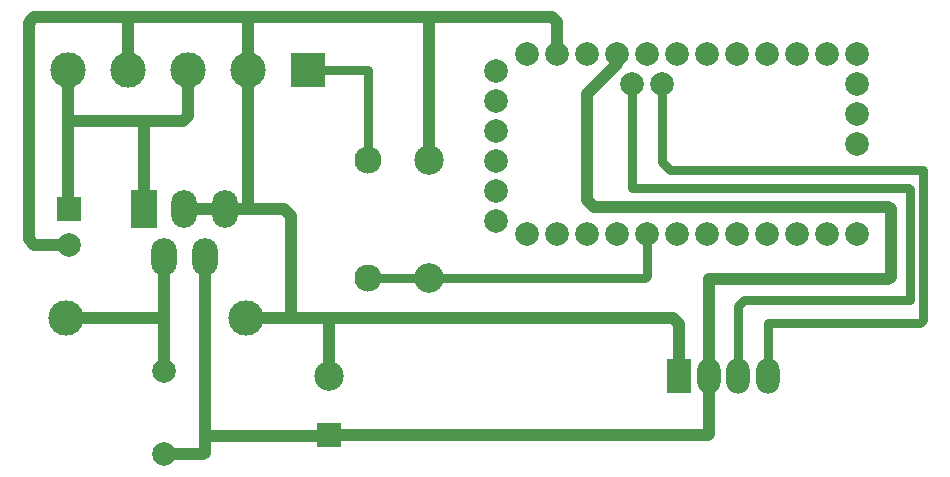
<source format=gbr>
%TF.GenerationSoftware,KiCad,Pcbnew,(5.1.9)-1*%
%TF.CreationDate,2023-03-27T19:22:00+02:00*%
%TF.ProjectId,Tachymetre,54616368-796d-4657-9472-652e6b696361,rev?*%
%TF.SameCoordinates,PX41cdb40PY7459280*%
%TF.FileFunction,Copper,L2,Bot*%
%TF.FilePolarity,Positive*%
%FSLAX46Y46*%
G04 Gerber Fmt 4.6, Leading zero omitted, Abs format (unit mm)*
G04 Created by KiCad (PCBNEW (5.1.9)-1) date 2023-03-27 19:22:00*
%MOMM*%
%LPD*%
G01*
G04 APERTURE LIST*
%TA.AperFunction,ComponentPad*%
%ADD10C,2.000000*%
%TD*%
%TA.AperFunction,ComponentPad*%
%ADD11O,2.000000X3.000000*%
%TD*%
%TA.AperFunction,ComponentPad*%
%ADD12R,2.000000X3.000000*%
%TD*%
%TA.AperFunction,ComponentPad*%
%ADD13C,3.000000*%
%TD*%
%TA.AperFunction,ComponentPad*%
%ADD14R,3.000000X3.000000*%
%TD*%
%TA.AperFunction,ComponentPad*%
%ADD15R,2.200000X3.200000*%
%TD*%
%TA.AperFunction,ComponentPad*%
%ADD16O,2.200000X3.200000*%
%TD*%
%TA.AperFunction,ComponentPad*%
%ADD17C,2.300000*%
%TD*%
%TA.AperFunction,ComponentPad*%
%ADD18C,2.500000*%
%TD*%
%TA.AperFunction,ComponentPad*%
%ADD19R,2.000000X2.000000*%
%TD*%
%TA.AperFunction,Conductor*%
%ADD20C,1.000000*%
%TD*%
%TA.AperFunction,Conductor*%
%ADD21C,0.800000*%
%TD*%
G04 APERTURE END LIST*
D10*
%TO.P,XA1,GND5*%
%TO.N,N/C*%
X40920000Y33740000D03*
%TO.P,XA1,GND4*%
X40920000Y31200000D03*
%TO.P,XA1,VCC1*%
X40920000Y28660000D03*
%TO.P,XA1,RXI*%
X40920000Y26120000D03*
%TO.P,XA1,TX0*%
X40920000Y23580000D03*
%TO.P,XA1,DTR*%
X40920000Y21040000D03*
%TO.P,XA1,GND2*%
X51110000Y19870000D03*
%TO.P,XA1,D9*%
X71430000Y19870000D03*
%TO.P,XA1,A4*%
%TO.N,SDA*%
X54920000Y32570000D03*
%TO.P,XA1,D8*%
%TO.N,N/C*%
X68890000Y19870000D03*
%TO.P,XA1,D7*%
X66350000Y19870000D03*
%TO.P,XA1,D6*%
X63810000Y19870000D03*
%TO.P,XA1,D5*%
X61270000Y19870000D03*
%TO.P,XA1,D4*%
X58730000Y19870000D03*
%TO.P,XA1,D3*%
X56190000Y19870000D03*
%TO.P,XA1,D2*%
%TO.N,Net-(R100-Pad1)*%
X53650000Y19870000D03*
%TO.P,XA1,RST2*%
%TO.N,N/C*%
X48570000Y19870000D03*
%TO.P,XA1,D1*%
X46030000Y19870000D03*
%TO.P,XA1,D0*%
X43490000Y19870000D03*
%TO.P,XA1,A5*%
%TO.N,SCL*%
X52380000Y32570000D03*
%TO.P,XA1,A7*%
%TO.N,N/C*%
X71430000Y32570000D03*
%TO.P,XA1,A6*%
X71430000Y30030000D03*
%TO.P,XA1,GND3*%
X71430000Y27490000D03*
%TO.P,XA1,D10*%
X71430000Y35110000D03*
%TO.P,XA1,RAW*%
X43490000Y35110000D03*
%TO.P,XA1,GND*%
%TO.N,GND*%
X46030000Y35110000D03*
%TO.P,XA1,RST*%
%TO.N,N/C*%
X48570000Y35110000D03*
%TO.P,XA1,VCC*%
%TO.N,+5V*%
X51110000Y35110000D03*
%TO.P,XA1,A3*%
%TO.N,N/C*%
X53650000Y35110000D03*
%TO.P,XA1,A2*%
X56190000Y35110000D03*
%TO.P,XA1,A1*%
X58730000Y35110000D03*
%TO.P,XA1,A0*%
X61270000Y35110000D03*
%TO.P,XA1,D13*%
X63810000Y35110000D03*
%TO.P,XA1,D12*%
X66350000Y35110000D03*
%TO.P,XA1,D11*%
X68890000Y35110000D03*
%TD*%
D11*
%TO.P,J3,4*%
%TO.N,SDA*%
X63900000Y7900000D03*
%TO.P,J3,3*%
%TO.N,SCL*%
X61400000Y7900000D03*
%TO.P,J3,2*%
%TO.N,+5V*%
X58900000Y7900000D03*
D12*
%TO.P,J3,1*%
%TO.N,GND*%
X56400000Y7900000D03*
%TD*%
D13*
%TO.P,D1,1*%
%TO.N,Net-(D1-Pad1)*%
X4480000Y12800000D03*
%TO.P,D1,2*%
%TO.N,GND*%
X19720000Y12800000D03*
%TD*%
%TO.P,J1,5*%
%TO.N,24V*%
X4680000Y33800000D03*
%TO.P,J1,4*%
%TO.N,GND*%
X9760000Y33800000D03*
%TO.P,J1,3*%
%TO.N,24V*%
X14840000Y33800000D03*
%TO.P,J1,2*%
%TO.N,GND*%
X19920000Y33800000D03*
D14*
%TO.P,J1,1*%
%TO.N,OUT*%
X25000000Y33800000D03*
%TD*%
D15*
%TO.P,VR1,1*%
%TO.N,24V*%
X11100000Y22000000D03*
D16*
%TO.P,VR1,2*%
%TO.N,Net-(D1-Pad1)*%
X12800000Y18000000D03*
%TO.P,VR1,3*%
%TO.N,GND*%
X14500000Y22000000D03*
%TO.P,VR1,4*%
%TO.N,+5V*%
X16200000Y18000000D03*
%TO.P,VR1,5*%
%TO.N,GND*%
X17900000Y22000000D03*
%TD*%
D10*
%TO.P,L1,2*%
%TO.N,+5V*%
X12800000Y1300000D03*
%TO.P,L1,1*%
%TO.N,Net-(D1-Pad1)*%
X12800000Y8300000D03*
%TD*%
D17*
%TO.P,R101,1*%
%TO.N,OUT*%
X30000000Y26200000D03*
%TO.P,R101,2*%
%TO.N,Net-(R100-Pad1)*%
X30000000Y16200000D03*
%TD*%
D18*
%TO.P,R100,1*%
%TO.N,Net-(R100-Pad1)*%
X35200000Y16200000D03*
%TO.P,R100,2*%
%TO.N,GND*%
X35200000Y26200000D03*
%TD*%
D19*
%TO.P,C1,1*%
%TO.N,24V*%
X4700000Y22000000D03*
D10*
%TO.P,C1,2*%
%TO.N,GND*%
X4700000Y19000000D03*
%TD*%
D18*
%TO.P,C2,2*%
%TO.N,GND*%
X26700000Y7900000D03*
D19*
%TO.P,C2,1*%
%TO.N,+5V*%
X26700000Y2900000D03*
%TD*%
D20*
%TO.N,GND*%
X1800000Y19000000D02*
X4700000Y19000000D01*
X1300000Y19500000D02*
X1800000Y19000000D01*
X1300000Y37800000D02*
X1300000Y19500000D01*
X1500400Y38000400D02*
X1300000Y37800000D01*
X14500000Y22000000D02*
X17900000Y22000000D01*
X19920000Y33800000D02*
X19920000Y24820000D01*
X1800000Y38300000D02*
X1300000Y37800000D01*
X9760000Y38240000D02*
X9700000Y38300000D01*
X9760000Y33800000D02*
X9760000Y38240000D01*
X9700000Y38300000D02*
X1800000Y38300000D01*
X23500000Y21400000D02*
X23500000Y12800000D01*
X19720000Y12800000D02*
X23500000Y12800000D01*
X17900000Y22000000D02*
X19900000Y22000000D01*
X19900000Y24800000D02*
X19920000Y24820000D01*
X19900000Y22000000D02*
X19900000Y24800000D01*
X22900000Y22000000D02*
X23500000Y21400000D01*
X19900000Y22000000D02*
X22900000Y22000000D01*
X19920000Y33800000D02*
X19920000Y38080000D01*
X19700000Y38300000D02*
X9700000Y38300000D01*
X19920000Y38080000D02*
X19700000Y38300000D01*
X35200000Y38300000D02*
X19700000Y38300000D01*
X35200000Y26200000D02*
X35200000Y38300000D01*
X35200000Y38300000D02*
X45600000Y38300000D01*
X46030000Y37870000D02*
X46030000Y35110000D01*
X45600000Y38300000D02*
X46030000Y37870000D01*
X26700000Y12600000D02*
X26700000Y7900000D01*
X26500000Y12800000D02*
X26700000Y12600000D01*
X23500000Y12800000D02*
X26500000Y12800000D01*
X26500000Y12800000D02*
X55900000Y12800000D01*
X56400000Y12300000D02*
X56400000Y7900000D01*
X55900000Y12800000D02*
X56400000Y12300000D01*
%TO.N,Net-(D1-Pad1)*%
X4480000Y12800000D02*
X12300000Y12800000D01*
X12800000Y13300000D02*
X12800000Y18000000D01*
X12800000Y8300000D02*
X12800000Y13300000D01*
D21*
%TO.N,SDA*%
X63900000Y12400000D02*
X63900000Y7900000D01*
X55600000Y25300000D02*
X77020002Y25300000D01*
X54920000Y25980000D02*
X55600000Y25300000D01*
X54920000Y32570000D02*
X54920000Y25980000D01*
X77020002Y25300000D02*
X77020002Y12620002D01*
X76800000Y12400000D02*
X63900000Y12400000D01*
X77020002Y12620002D02*
X76800000Y12400000D01*
%TO.N,SCL*%
X52400000Y32550000D02*
X52380000Y32570000D01*
X75800000Y23800000D02*
X52400000Y23800000D01*
X52400000Y23800000D02*
X52400000Y32550000D01*
X61400000Y13800000D02*
X61900000Y14300000D01*
X61900000Y14300000D02*
X75900000Y14300000D01*
X61400000Y7900000D02*
X61400000Y13800000D01*
X75900000Y23700000D02*
X75800000Y23800000D01*
X75900000Y14300000D02*
X75900000Y23700000D01*
D20*
%TO.N,24V*%
X4680000Y22020000D02*
X4700000Y22000000D01*
X4680000Y33800000D02*
X4680000Y29480000D01*
X4680000Y29480000D02*
X4680000Y22020000D01*
X11100000Y29400000D02*
X11180000Y29480000D01*
X11100000Y22000000D02*
X11100000Y29400000D01*
X11180000Y29480000D02*
X14420000Y29480000D01*
X4680000Y29480000D02*
X11180000Y29480000D01*
X14840000Y29900000D02*
X14420000Y29480000D01*
X14840000Y33800000D02*
X14840000Y29900000D01*
D21*
%TO.N,OUT*%
X25000000Y33800000D02*
X30000000Y33800000D01*
X30000000Y33800000D02*
X30000000Y26200000D01*
%TO.N,Net-(R100-Pad1)*%
X35200000Y16200000D02*
X30000000Y16200000D01*
X35200000Y16200000D02*
X53500000Y16200000D01*
X53650000Y16350000D02*
X53650000Y19870000D01*
X53500000Y16200000D02*
X53650000Y16350000D01*
D20*
%TO.N,+5V*%
X16200000Y18000000D02*
X16200000Y4300000D01*
X16200000Y4300000D02*
X16200000Y2800000D01*
X16200000Y2800000D02*
X26800000Y2800000D01*
X12800000Y1300000D02*
X16100000Y1300000D01*
X16200000Y1400000D02*
X16200000Y2800000D01*
X16100000Y1300000D02*
X16200000Y1400000D01*
X26700000Y2900000D02*
X58800000Y2900000D01*
X58900000Y3000000D02*
X58900000Y7900000D01*
X58800000Y2900000D02*
X58900000Y3000000D01*
X74300000Y22000000D02*
X74100000Y22200000D01*
X74300000Y16300000D02*
X74300000Y22000000D01*
X74100000Y16100000D02*
X74300000Y16300000D01*
X58900000Y16100000D02*
X74100000Y16100000D01*
X58900000Y7900000D02*
X58900000Y16100000D01*
X51110000Y35110000D02*
X51110000Y34310000D01*
X51110000Y34310000D02*
X48600000Y31800000D01*
X48600000Y22800000D02*
X49200000Y22200000D01*
X48600000Y31800000D02*
X48600000Y22800000D01*
X74100000Y22200000D02*
X49200000Y22200000D01*
%TD*%
M02*

</source>
